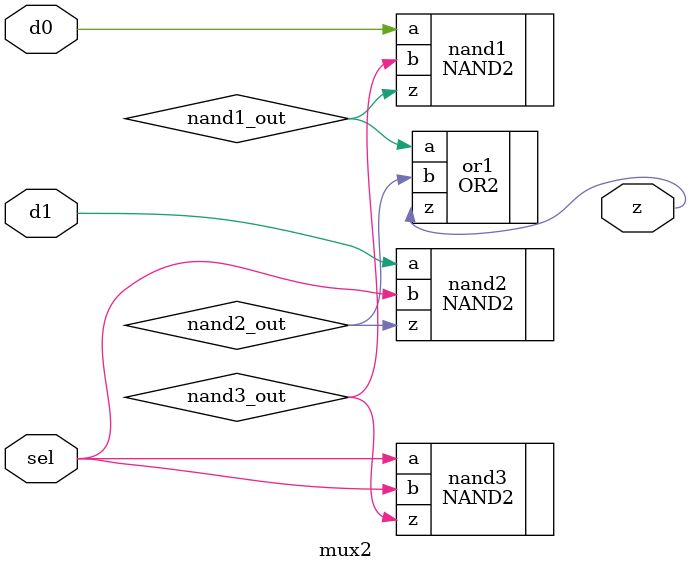
<source format=sv>
module mux2 (
    input logic d0,          // Data input 0
    input logic d1,          // Data input 1
    input logic sel,         // Select input
    output logic z           // Output
);


// ------------------
// אותות ביניים לחיבור השערים
    logic nand1_out;    // יציאת NAND העליון
    logic nand2_out;    // יציאת NAND האמצעי
    logic nand3_out;    // יציאת NAND התחתון

    // NAND עליון - מקבל d0
    NAND2 #(
        .Tpdlh(10),    // השהיית עליה
        .Tpdhl(10)     // השהיית ירידה
    ) nand1 (
        .a(d0),
        .b(nand3_out), // מקבל את היציאה מ-NAND התחתון
        .z(nand1_out)
    );

    // NAND אמצעי - מקבל d1
    NAND2 #(
        .Tpdlh(10),
        .Tpdhl(10)
    ) nand2 (
        .a(d1),
        .b(sel),
        .z(nand2_out)
    );

    // NAND תחתון - מקבל sel
    NAND2 #(
        .Tpdlh(10),
        .Tpdhl(10)
    ) nand3 (
        .a(sel),
        .b(sel),
        .z(nand3_out)
    );

    // OR סופי - מחבר את יציאות ה-NAND העליונים
    OR2 #(
        .Tpdlh(10),
        .Tpdhl(10)
    ) or1 (
        .a(nand1_out),
        .b(nand2_out),
        .z(z)
    );

// End of code

endmodule

</source>
